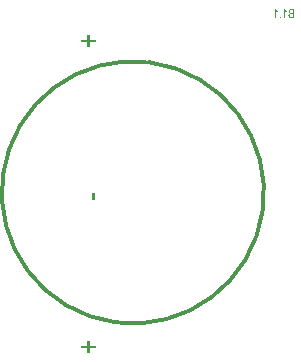
<source format=gbo>
%FSLAX25Y25*%
%MOIN*%
G70*
G01*
G75*
G04 Layer_Color=12566272*
%ADD10R,0.19685X0.19685*%
%ADD11R,0.15748X0.15748*%
%ADD12C,0.00787*%
%ADD13R,0.05906X0.05906*%
%ADD14C,0.05906*%
%ADD15C,0.01181*%
%ADD16R,0.20485X0.20485*%
%ADD17R,0.16548X0.16548*%
%ADD18R,0.06706X0.06706*%
%ADD19C,0.06706*%
G36*
X176Y265954D02*
X2213D01*
Y265246D01*
X176D01*
Y263583D01*
X-680D01*
Y265246D01*
X-2727D01*
Y265954D01*
X-680D01*
Y267617D01*
X176D01*
Y265954D01*
D02*
G37*
G36*
X63982Y375295D02*
X63625D01*
Y375730D01*
X63982D01*
Y375295D01*
D02*
G37*
G36*
X1987Y314764D02*
X1062D01*
Y317066D01*
X1987D01*
Y314764D01*
D02*
G37*
G36*
X176Y367923D02*
X2213D01*
Y367214D01*
X176D01*
Y365551D01*
X-680D01*
Y367214D01*
X-2727D01*
Y367923D01*
X-680D01*
Y369586D01*
X176D01*
Y367923D01*
D02*
G37*
G36*
X68405Y375295D02*
X67434D01*
X67315Y375299D01*
X67208Y375312D01*
X67118Y375324D01*
X67044Y375344D01*
X66983Y375361D01*
X66958Y375369D01*
X66942Y375373D01*
X66925Y375381D01*
X66913Y375385D01*
X66909Y375390D01*
X66905D01*
X66835Y375431D01*
X66774Y375480D01*
X66724Y375533D01*
X66679Y375582D01*
X66642Y375627D01*
X66618Y375668D01*
X66602Y375693D01*
X66597Y375697D01*
Y375701D01*
X66556Y375783D01*
X66528Y375869D01*
X66507Y375951D01*
X66495Y376029D01*
X66483Y376095D01*
Y376123D01*
X66479Y376148D01*
Y376169D01*
Y376185D01*
Y376193D01*
Y376197D01*
X66483Y376300D01*
X66499Y376390D01*
X66519Y376472D01*
X66544Y376542D01*
X66569Y376599D01*
X66589Y376640D01*
X66597Y376652D01*
X66606Y376665D01*
X66610Y376669D01*
Y376673D01*
X66663Y376743D01*
X66716Y376800D01*
X66774Y376849D01*
X66831Y376886D01*
X66880Y376915D01*
X66921Y376935D01*
X66938Y376943D01*
X66950Y376948D01*
X66954Y376952D01*
X66958D01*
X66897Y376993D01*
X66847Y377038D01*
X66802Y377083D01*
X66765Y377128D01*
X66733Y377165D01*
X66712Y377198D01*
X66700Y377218D01*
X66696Y377226D01*
X66663Y377292D01*
X66642Y377358D01*
X66626Y377423D01*
X66614Y377485D01*
X66606Y377534D01*
X66602Y377575D01*
Y377591D01*
Y377604D01*
Y377608D01*
Y377612D01*
X66606Y377698D01*
X66618Y377776D01*
X66638Y377850D01*
X66655Y377911D01*
X66675Y377960D01*
X66696Y378001D01*
X66708Y378026D01*
X66712Y378034D01*
X66753Y378100D01*
X66802Y378161D01*
X66847Y378210D01*
X66893Y378247D01*
X66930Y378280D01*
X66962Y378301D01*
X66983Y378313D01*
X66991Y378317D01*
X67061Y378346D01*
X67134Y378370D01*
X67208Y378387D01*
X67282Y378395D01*
X67348Y378403D01*
X67376D01*
X67401Y378407D01*
X68405D01*
Y375295D01*
D02*
G37*
G36*
X62235Y378342D02*
X62280Y378268D01*
X62325Y378194D01*
X62370Y378133D01*
X62411Y378075D01*
X62448Y378034D01*
X62461Y378018D01*
X62473Y378005D01*
X62477Y378001D01*
X62481Y377997D01*
X62559Y377919D01*
X62637Y377850D01*
X62711Y377788D01*
X62780Y377739D01*
X62846Y377694D01*
X62871Y377677D01*
X62891Y377661D01*
X62911Y377653D01*
X62924Y377645D01*
X62932Y377636D01*
X62936D01*
Y377267D01*
X62879Y377296D01*
X62821Y377325D01*
X62764Y377358D01*
X62715Y377390D01*
X62670Y377419D01*
X62633Y377444D01*
X62612Y377460D01*
X62604Y377464D01*
X62538Y377513D01*
X62481Y377563D01*
X62428Y377608D01*
X62387Y377649D01*
X62354Y377681D01*
X62329Y377710D01*
X62313Y377727D01*
X62309Y377731D01*
Y375295D01*
X61997D01*
Y378419D01*
X62202D01*
X62235Y378342D01*
D02*
G37*
G36*
X65207D02*
X65253Y378268D01*
X65298Y378194D01*
X65343Y378133D01*
X65384Y378075D01*
X65421Y378034D01*
X65433Y378018D01*
X65445Y378005D01*
X65449Y378001D01*
X65453Y377997D01*
X65531Y377919D01*
X65609Y377850D01*
X65683Y377788D01*
X65753Y377739D01*
X65818Y377694D01*
X65843Y377677D01*
X65864Y377661D01*
X65884Y377653D01*
X65896Y377645D01*
X65904Y377636D01*
X65909D01*
Y377267D01*
X65851Y377296D01*
X65794Y377325D01*
X65736Y377358D01*
X65687Y377390D01*
X65642Y377419D01*
X65605Y377444D01*
X65585Y377460D01*
X65576Y377464D01*
X65511Y377513D01*
X65453Y377563D01*
X65400Y377608D01*
X65359Y377649D01*
X65326Y377681D01*
X65302Y377710D01*
X65285Y377727D01*
X65281Y377731D01*
Y375295D01*
X64970D01*
Y378419D01*
X65175D01*
X65207Y378342D01*
D02*
G37*
%LPC*%
G36*
X68069Y376734D02*
X67479D01*
X67389Y376730D01*
X67307Y376726D01*
X67241Y376718D01*
X67188Y376706D01*
X67151Y376693D01*
X67118Y376685D01*
X67102Y376681D01*
X67098Y376677D01*
X67053Y376652D01*
X67016Y376624D01*
X66983Y376595D01*
X66954Y376566D01*
X66930Y376538D01*
X66913Y376517D01*
X66905Y376501D01*
X66901Y376497D01*
X66876Y376451D01*
X66860Y376402D01*
X66843Y376353D01*
X66835Y376304D01*
X66831Y376263D01*
X66827Y376230D01*
Y376210D01*
Y376205D01*
Y376201D01*
X66831Y376132D01*
X66839Y376070D01*
X66852Y376017D01*
X66864Y375968D01*
X66880Y375931D01*
X66893Y375906D01*
X66901Y375886D01*
X66905Y375882D01*
X66934Y375836D01*
X66970Y375800D01*
X67007Y375767D01*
X67044Y375742D01*
X67077Y375726D01*
X67102Y375713D01*
X67118Y375705D01*
X67126Y375701D01*
X67167Y375689D01*
X67216Y375681D01*
X67266Y375673D01*
X67315Y375668D01*
X67364D01*
X67401Y375664D01*
X68069D01*
Y376734D01*
D02*
G37*
G36*
Y378038D02*
X67462D01*
X67380Y378030D01*
X67315Y378026D01*
X67262Y378018D01*
X67225Y378010D01*
X67196Y378001D01*
X67180Y377997D01*
X67176Y377993D01*
X67134Y377977D01*
X67102Y377952D01*
X67069Y377927D01*
X67044Y377903D01*
X67024Y377878D01*
X67011Y377858D01*
X67003Y377846D01*
X66999Y377841D01*
X66979Y377796D01*
X66962Y377751D01*
X66950Y377706D01*
X66942Y377661D01*
X66938Y377620D01*
X66934Y377591D01*
Y377571D01*
Y377563D01*
X66938Y377497D01*
X66946Y377444D01*
X66958Y377395D01*
X66970Y377354D01*
X66983Y377321D01*
X66995Y377300D01*
X67003Y377284D01*
X67007Y377280D01*
X67036Y377243D01*
X67069Y377214D01*
X67102Y377189D01*
X67134Y377169D01*
X67163Y377153D01*
X67188Y377140D01*
X67204Y377136D01*
X67208Y377132D01*
X67249Y377124D01*
X67299Y377116D01*
X67348Y377112D01*
X67401Y377108D01*
X67446Y377103D01*
X68069D01*
Y378038D01*
D02*
G37*
%LPD*%
D15*
X28892Y358549D02*
G03*
X29134Y358465I-14282J-41301D01*
G01*
M02*

</source>
